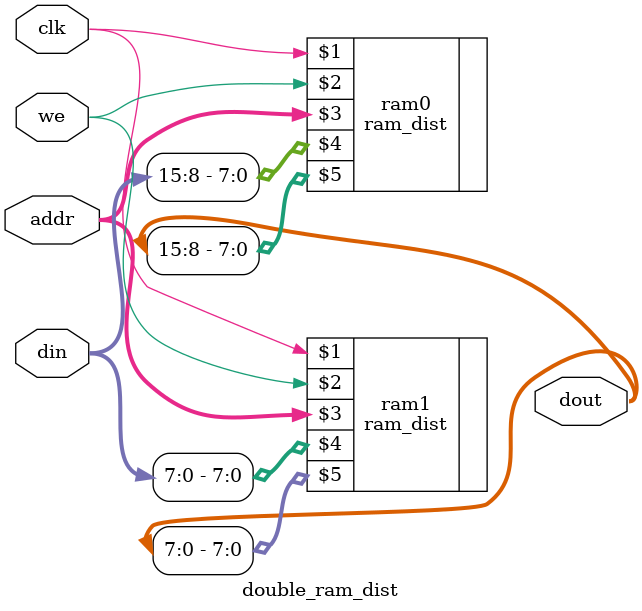
<source format=v>
`timescale 1ns / 1ps

module double_ram_dist(
   input clk,
   input we, // write ebable
   input [3 : 0] addr,// address
   input [15 : 0] din, // input data
   output [15 : 0] dout // output data
   );
   
   ram_dist ram0(clk, we, addr, din[15:8], dout[15:8]);
   ram_dist ram1(clk, we, addr, din[7:0], dout[7:0]);
   
endmodule

</source>
